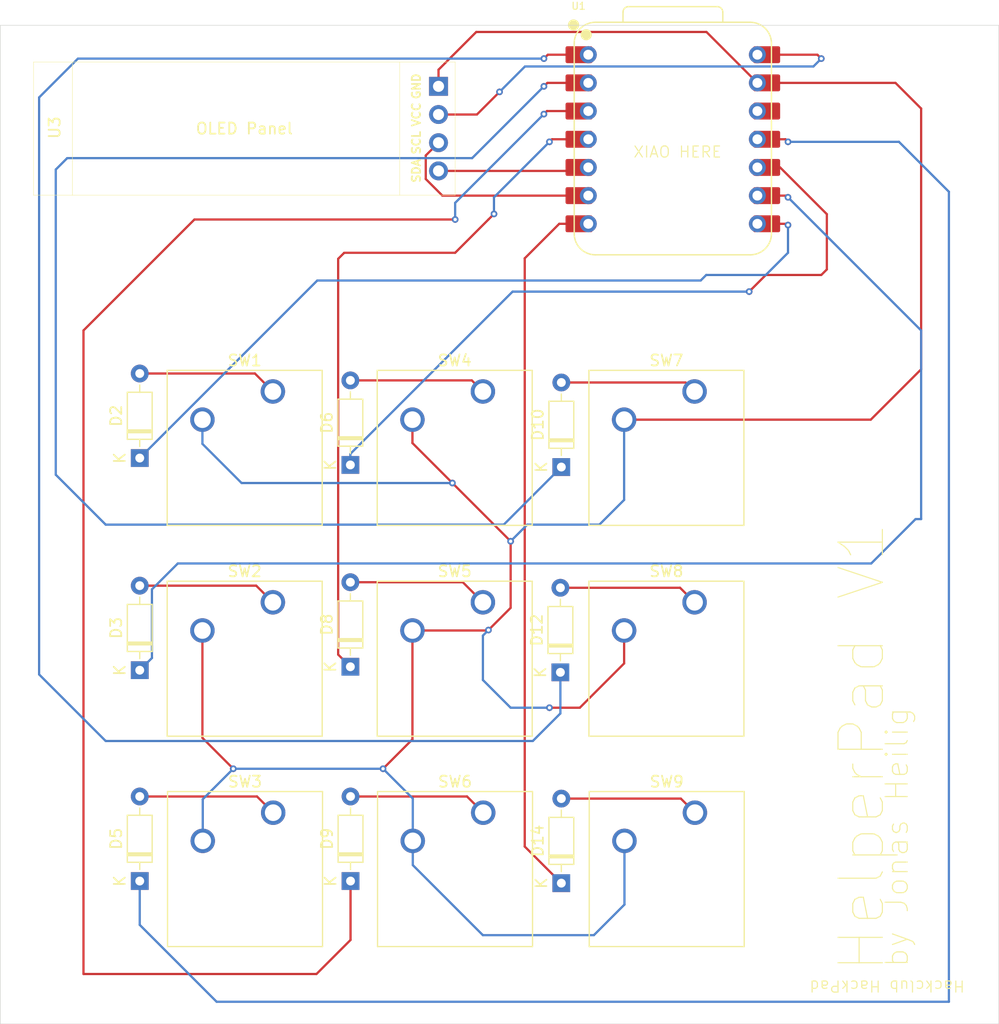
<source format=kicad_pcb>
(kicad_pcb (version 20240108) (generator "pcbnew") (generator_version "8.0")
  (layers (0 "F.Cu" signal) (31 "B.Cu" signal) (34 "B.Paste" user) (35 "F.Paste" user) (36 "B.SilkS" user "B.Silkscreen") (37 "F.SilkS" user "F.Silkscreen") (38 "B.Mask" user) (39 "F.Mask" user) (44 "Edge.Cuts" user))
  (net 0 "")
  (net 1 "Net-(D2-K)")
  (net 2 "Net-(D2-A)")
  (net 3 "Net-(D3-K)")
  (net 4 "Net-(D3-A)")
  (net 5 "Net-(D5-A)")
  (net 6 "Net-(D5-K)")
  (net 7 "Net-(D6-K)")
  (net 8 "Net-(D6-A)")
  (net 9 "Net-(D8-A)")
  (net 10 "Net-(D8-K)")
  (net 11 "Net-(D9-A)")
  (net 12 "Net-(D9-K)")
  (net 13 "Net-(D10-A)")
  (net 14 "Net-(D10-K)")
  (net 15 "Net-(D12-K)")
  (net 16 "Net-(D12-A)")
  (net 17 "Net-(D14-A)")
  (net 18 "Net-(D14-K)")
  (net 19 "Net-(U1-GPIO6{slash}SDA)")
  (net 20 "Net-(U1-GPIO7{slash}SCL)")
  (net 21 "GND")
  (net 22 "+5V")
  (footprint "Diode_THT:D_DO-35_SOD27_P7.62mm_Horizontal" (layer "F.Cu") (at 122.07 112.12 90)
    (property "Reference" "D5" (at 3.81 -2.12 90) (layer "F.SilkS"))
    (property "Value" "1N4148")
    (fp_line (start 5.93 -1.12) (end 1.69 -1.12) (stroke (width 0.12)) (layer "F.SilkS"))
    (fp_line (start 2.53 -1.12) (end 2.53 1.12) (stroke (width 0.12)) (layer "F.SilkS"))
    (fp_line (start 2.41 -1.12) (end 2.41 1.12) (stroke (width 0.12)) (layer "F.SilkS"))
    (fp_line (start 2.29 -1.12) (end 2.29 1.12) (stroke (width 0.12)) (layer "F.SilkS"))
    (fp_line (start 1.69 -1.12) (end 1.69 1.12) (stroke (width 0.12)) (layer "F.SilkS"))
    (fp_line (start 6.58 0) (end 5.93 0) (stroke (width 0.12)) (layer "F.SilkS"))
    (fp_line (start 1.04 0) (end 1.69 0) (stroke (width 0.12)) (layer "F.SilkS"))
    (fp_line (start 5.93 1.12) (end 5.93 -1.12) (stroke (width 0.12)) (layer "F.SilkS"))
    (fp_line (start 1.69 1.12) (end 5.93 1.12) (stroke (width 0.12)) (layer "F.SilkS"))
    (fp_text user "K" (at 0 -1.8 90) (layer "F.SilkS"))
    (pad "1" thru_hole rect (at 0 0 90) (size 1.6 1.6) (drill 0.8) (layers "*.Cu" "*.Mask") (net 6 "Net-(D5-K)"))
    (pad "2" thru_hole oval (at 7.62 0 90) (size 1.6 1.6) (drill 0.8) (layers "*.Cu" "*.Mask") (net 5 "Net-(D5-A)"))
  )
  (footprint "Diode_THT:D_DO-35_SOD27_P7.62mm_Horizontal" (layer "F.Cu") (at 141.07 112.12 90)
    (property "Reference" "D9" (at 3.81 -2.12 90) (layer "F.SilkS"))
    (property "Value" "1N4148")
    (fp_line (start 5.93 -1.12) (end 1.69 -1.12) (stroke (width 0.12)) (layer "F.SilkS"))
    (fp_line (start 2.53 -1.12) (end 2.53 1.12) (stroke (width 0.12)) (layer "F.SilkS"))
    (fp_line (start 2.41 -1.12) (end 2.41 1.12) (stroke (width 0.12)) (layer "F.SilkS"))
    (fp_line (start 2.29 -1.12) (end 2.29 1.12) (stroke (width 0.12)) (layer "F.SilkS"))
    (fp_line (start 1.69 -1.12) (end 1.69 1.12) (stroke (width 0.12)) (layer "F.SilkS"))
    (fp_line (start 6.58 0) (end 5.93 0) (stroke (width 0.12)) (layer "F.SilkS"))
    (fp_line (start 1.04 0) (end 1.69 0) (stroke (width 0.12)) (layer "F.SilkS"))
    (fp_line (start 5.93 1.12) (end 5.93 -1.12) (stroke (width 0.12)) (layer "F.SilkS"))
    (fp_line (start 1.69 1.12) (end 5.93 1.12) (stroke (width 0.12)) (layer "F.SilkS"))
    (fp_text user "K" (at 0 -1.8 90) (layer "F.SilkS"))
    (pad "1" thru_hole rect (at 0 0 90) (size 1.6 1.6) (drill 0.8) (layers "*.Cu" "*.Mask") (net 12 "Net-(D9-K)"))
    (pad "2" thru_hole oval (at 7.62 0 90) (size 1.6 1.6) (drill 0.8) (layers "*.Cu" "*.Mask") (net 11 "Net-(D9-A)"))
  )
  (footprint "Diode_THT:D_DO-35_SOD27_P7.62mm_Horizontal" (layer "F.Cu") (at 141.055 74.62 90)
    (property "Reference" "D6" (at 3.81 -2.12 90) (layer "F.SilkS"))
    (property "Value" "1N4148")
    (fp_line (start 5.93 -1.12) (end 1.69 -1.12) (stroke (width 0.12)) (layer "F.SilkS"))
    (fp_line (start 2.53 -1.12) (end 2.53 1.12) (stroke (width 0.12)) (layer "F.SilkS"))
    (fp_line (start 2.41 -1.12) (end 2.41 1.12) (stroke (width 0.12)) (layer "F.SilkS"))
    (fp_line (start 2.29 -1.12) (end 2.29 1.12) (stroke (width 0.12)) (layer "F.SilkS"))
    (fp_line (start 1.69 -1.12) (end 1.69 1.12) (stroke (width 0.12)) (layer "F.SilkS"))
    (fp_line (start 6.58 0) (end 5.93 0) (stroke (width 0.12)) (layer "F.SilkS"))
    (fp_line (start 1.04 0) (end 1.69 0) (stroke (width 0.12)) (layer "F.SilkS"))
    (fp_line (start 5.93 1.12) (end 5.93 -1.12) (stroke (width 0.12)) (layer "F.SilkS"))
    (fp_line (start 1.69 1.12) (end 5.93 1.12) (stroke (width 0.12)) (layer "F.SilkS"))
    (fp_text user "K" (at 0 -1.8 90) (layer "F.SilkS"))
    (pad "1" thru_hole rect (at 0 0 90) (size 1.6 1.6) (drill 0.8) (layers "*.Cu" "*.Mask") (net 7 "Net-(D6-K)"))
    (pad "2" thru_hole oval (at 7.62 0 90) (size 1.6 1.6) (drill 0.8) (layers "*.Cu" "*.Mask") (net 8 "Net-(D6-A)"))
  )
  (footprint "Button_Switch_Keyboard:SW_Cherry_MX_1.00u_PCB" (layer "F.Cu") (at 172.08 68)
    (property "Reference" "SW7" (at -2.54 -2.794 0) (layer "F.SilkS"))
    (property "Value" "SW_Push")
    (fp_line (start -9.525 -1.905) (end 4.445 -1.905) (stroke (width 0.12)) (layer "F.SilkS"))
    (fp_line (start -9.525 12.065) (end -9.525 -1.905) (stroke (width 0.12)) (layer "F.SilkS"))
    (fp_line (start 4.445 -1.905) (end 4.445 12.065) (stroke (width 0.12)) (layer "F.SilkS"))
    (fp_line (start 4.445 12.065) (end -9.525 12.065) (stroke (width 0.12)) (layer "F.SilkS"))
    (pad "" np_thru_hole circle (at -7.62 5.08) (size 1.7 1.7) (drill 1.7) (layers "*.Cu" "*.Mask"))
    (pad "" np_thru_hole circle (at -2.54 5.08) (size 4 4) (drill 4) (layers "*.Cu" "*.Mask"))
    (pad "" np_thru_hole circle (at 2.54 5.08) (size 1.7 1.7) (drill 1.7) (layers "*.Cu" "*.Mask"))
    (pad "1" thru_hole circle (at 0 0) (size 2.2 2.2) (drill 1.5) (layers "*.Cu" "*.Mask") (net 13 "Net-(D10-A)"))
    (pad "2" thru_hole circle (at -6.35 2.54) (size 2.2 2.2) (drill 1.5) (layers "*.Cu" "*.Mask") (net 21 "GND"))
  )
  (footprint "Button_Switch_Keyboard:SW_Cherry_MX_1.00u_PCB" (layer "F.Cu") (at 134.07 87)
    (property "Reference" "SW2" (at -2.54 -2.794 0) (layer "F.SilkS"))
    (property "Value" "SW_Push")
    (fp_line (start -9.525 -1.905) (end 4.445 -1.905) (stroke (width 0.12)) (layer "F.SilkS"))
    (fp_line (start -9.525 12.065) (end -9.525 -1.905) (stroke (width 0.12)) (layer "F.SilkS"))
    (fp_line (start 4.445 -1.905) (end 4.445 12.065) (stroke (width 0.12)) (layer "F.SilkS"))
    (fp_line (start 4.445 12.065) (end -9.525 12.065) (stroke (width 0.12)) (layer "F.SilkS"))
    (pad "" np_thru_hole circle (at -7.62 5.08) (size 1.7 1.7) (drill 1.7) (layers "*.Cu" "*.Mask"))
    (pad "" np_thru_hole circle (at -2.54 5.08) (size 4 4) (drill 4) (layers "*.Cu" "*.Mask"))
    (pad "" np_thru_hole circle (at 2.54 5.08) (size 1.7 1.7) (drill 1.7) (layers "*.Cu" "*.Mask"))
    (pad "1" thru_hole circle (at 0 0) (size 2.2 2.2) (drill 1.5) (layers "*.Cu" "*.Mask") (net 4 "Net-(D3-A)"))
    (pad "2" thru_hole circle (at -6.35 2.54) (size 2.2 2.2) (drill 1.5) (layers "*.Cu" "*.Mask") (net 21 "GND"))
  )
  (footprint "OPL:XIAO-RP2040-DIP" (layer "F.Cu") (at 170.12 45.2685)
    (property "Reference" "U1" (at -8.5 -12 0) (layer "F.SilkS") (effects (font (size 0.635 0.635) (thickness 0.1016))))
    (property "Value" "XIAO-RP2040-DIP")
    (fp_line (start -8.89 8.509) (end -8.89 -8.636) (stroke (width 0.127)) (layer "F.SilkS"))
    (fp_line (start -6.985 10.414) (end 6.985 10.414) (stroke (width 0.127)) (layer "F.SilkS"))
    (fp_line (start -4.495 -10.541) (end -4.491272 -11.451272) (stroke (width 0.127)) (layer "F.SilkS"))
    (fp_line (start -3.991272 -11.951) (end 4.004 -11.951) (stroke (width 0.127)) (layer "F.SilkS"))
    (fp_line (start 4.504 -11.451) (end 4.504 -10.541) (stroke (width 0.127)) (layer "F.SilkS"))
    (fp_line (start 6.985 -10.541) (end -6.985 -10.541) (stroke (width 0.1)) (layer "F.SilkS"))
    (fp_line (start 6.985 -10.541) (end -6.985 -10.541) (stroke (width 0.127)) (layer "F.SilkS"))
    (fp_line (start 8.89 8.509) (end 8.89 -8.636) (stroke (width 0.127)) (layer "F.SilkS"))
    (fp_arc (start -8.89 -8.636) (mid -8.332038 -9.983038) (end -6.985 -10.541) (stroke (width 0.127)) (layer "F.SilkS"))
    (fp_arc (start -6.985 10.414) (mid -8.332038 9.856038) (end -8.89 8.509) (stroke (width 0.127)) (layer "F.SilkS"))
    (fp_arc (start -4.491272 -11.451272) (mid -4.344724 -11.804644) (end -3.991272 -11.951) (stroke (width 0.127)) (layer "F.SilkS"))
    (fp_arc (start 4.004 -11.951) (mid 4.357553 -11.804553) (end 4.504 -11.451) (stroke (width 0.127)) (layer "F.SilkS"))
    (fp_arc (start 6.985 -10.541) (mid 8.332038 -9.983038) (end 8.89 -8.636) (stroke (width 0.127)) (layer "F.SilkS"))
    (fp_arc (start 8.89 8.509) (mid 8.332038 9.856038) (end 6.985 10.414) (stroke (width 0.127)) (layer "F.SilkS"))
    (fp_circle (center -8.95 -10.3) (end -8.95 -10.554) (stroke (width 0.5)) (fill solid) (layer "F.SilkS"))
    (fp_circle (center -7.807 -9.42) (end -7.807 -9.674) (stroke (width 0.5)) (fill solid) (layer "F.SilkS"))
    (pad "1" smd roundrect (at -8.455 -7.62 180) (size 2.432 1.524) (layers "F.Cu" "F.Mask") (roundrect_rratio 0.1) (net 15 "Net-(D12-K)"))
    (pad "1" thru_hole circle (at -7.62 -7.62 180) (size 1.524 1.524) (drill 0.889) (layers "*.Cu" "*.Mask") (net 15 "Net-(D12-K)"))
    (pad "2" smd roundrect (at -8.455 -5.08 180) (size 2.432 1.524) (layers "F.Cu" "F.Mask") (roundrect_rratio 0.1) (net 14 "Net-(D10-K)"))
    (pad "2" thru_hole circle (at -7.62 -5.08 180) (size 1.524 1.524) (drill 0.889) (layers "*.Cu" "*.Mask") (net 14 "Net-(D10-K)"))
    (pad "3" smd roundrect (at -8.455 -2.54 180) (size 2.432 1.524) (layers "F.Cu" "F.Mask") (roundrect_rratio 0.1) (net 12 "Net-(D9-K)"))
    (pad "3" thru_hole circle (at -7.62 -2.54 180) (size 1.524 1.524) (drill 0.889) (layers "*.Cu" "*.Mask") (net 12 "Net-(D9-K)"))
    (pad "4" smd roundrect (at -8.455 0 180) (size 2.432 1.524) (layers "F.Cu" "F.Mask") (roundrect_rratio 0.1) (net 10 "Net-(D8-K)"))
    (pad "4" thru_hole circle (at -7.62 0 180) (size 1.524 1.524) (drill 0.889) (layers "*.Cu" "*.Mask") (net 10 "Net-(D8-K)"))
    (pad "5" smd roundrect (at -8.455 2.54 180) (size 2.432 1.524) (layers "F.Cu" "F.Mask") (roundrect_rratio 0.1) (net 19 "Net-(U1-GPIO6{slash}SDA)"))
    (pad "5" thru_hole circle (at -7.62 2.54 180) (size 1.524 1.524) (drill 0.889) (layers "*.Cu" "*.Mask") (net 19 "Net-(U1-GPIO6{slash}SDA)"))
    (pad "6" smd roundrect (at -8.455 5.08 180) (size 2.432 1.524) (layers "F.Cu" "F.Mask") (roundrect_rratio 0.1) (net 20 "Net-(U1-GPIO7{slash}SCL)"))
    (pad "6" thru_hole circle (at -7.62 5.08 180) (size 1.524 1.524) (drill 0.889) (layers "*.Cu" "*.Mask") (net 20 "Net-(U1-GPIO7{slash}SCL)"))
    (pad "7" smd roundrect (at -8.455 7.62 180) (size 2.432 1.524) (layers "F.Cu" "F.Mask") (roundrect_rratio 0.1) (net 18 "Net-(D14-K)"))
    (pad "7" thru_hole circle (at -7.62 7.62 180) (size 1.524 1.524) (drill 0.889) (layers "*.Cu" "*.Mask") (net 18 "Net-(D14-K)"))
    (pad "8" thru_hole circle (at 7.62 7.62) (size 1.524 1.524) (drill 0.889) (layers "*.Cu" "*.Mask") (net 1 "Net-(D2-K)"))
    (pad "8" smd roundrect (at 8.455 7.62) (size 2.432 1.524) (layers "F.Cu" "F.Mask") (roundrect_rratio 0.1) (net 1 "Net-(D2-K)"))
    (pad "9" thru_hole circle (at 7.62 5.08) (size 1.524 1.524) (drill 0.889) (layers "*.Cu" "*.Mask") (net 3 "Net-(D3-K)"))
    (pad "9" smd roundrect (at 8.455 5.08) (size 2.432 1.524) (layers "F.Cu" "F.Mask") (roundrect_rratio 0.1) (net 3 "Net-(D3-K)"))
    (pad "10" thru_hole circle (at 7.62 2.54) (size 1.524 1.524) (drill 0.889) (layers "*.Cu" "*.Mask") (net 7 "Net-(D6-K)"))
    (pad "10" smd roundrect (at 8.455 2.54) (size 2.432 1.524) (layers "F.Cu" "F.Mask") (roundrect_rratio 0.1) (net 7 "Net-(D6-K)"))
    (pad "11" thru_hole circle (at 7.62 0) (size 1.524 1.524) (drill 0.889) (layers "*.Cu" "*.Mask") (net 6 "Net-(D5-K)"))
    (pad "11" smd roundrect (at 8.455 0) (size 2.432 1.524) (layers "F.Cu" "F.Mask") (roundrect_rratio 0.1) (net 6 "Net-(D5-K)"))
    (pad "12" thru_hole circle (at 7.62 -2.54) (size 1.524 1.524) (drill 0.889) (layers "*.Cu" "*.Mask"))
    (pad "12" smd roundrect (at 8.455 -2.54) (size 2.432 1.524) (layers "F.Cu" "F.Mask") (roundrect_rratio 0.1))
    (pad "13" thru_hole circle (at 7.62 -5.08) (size 1.524 1.524) (drill 0.889) (layers "*.Cu" "*.Mask") (net 21 "GND"))
    (pad "13" smd roundrect (at 8.455 -5.08) (size 2.432 1.524) (layers "F.Cu" "F.Mask") (roundrect_rratio 0.1) (net 21 "GND"))
    (pad "14" thru_hole circle (at 7.62 -7.62) (size 1.524 1.524) (drill 0.889) (layers "*.Cu" "*.Mask") (net 22 "+5V"))
    (pad "14" smd roundrect (at 8.455 -7.62) (size 2.432 1.524) (layers "F.Cu" "F.Mask") (roundrect_rratio 0.1) (net 22 "+5V"))
  )
  (footprint "Diode_THT:D_DO-35_SOD27_P7.62mm_Horizontal" (layer "F.Cu") (at 141.055 92.81 90)
    (property "Reference" "D8" (at 3.81 -2.12 90) (layer "F.SilkS"))
    (property "Value" "1N4148")
    (fp_line (start 5.93 -1.12) (end 1.69 -1.12) (stroke (width 0.12)) (layer "F.SilkS"))
    (fp_line (start 2.53 -1.12) (end 2.53 1.12) (stroke (width 0.12)) (layer "F.SilkS"))
    (fp_line (start 2.41 -1.12) (end 2.41 1.12) (stroke (width 0.12)) (layer "F.SilkS"))
    (fp_line (start 2.29 -1.12) (end 2.29 1.12) (stroke (width 0.12)) (layer "F.SilkS"))
    (fp_line (start 1.69 -1.12) (end 1.69 1.12) (stroke (width 0.12)) (layer "F.SilkS"))
    (fp_line (start 6.58 0) (end 5.93 0) (stroke (width 0.12)) (layer "F.SilkS"))
    (fp_line (start 1.04 0) (end 1.69 0) (stroke (width 0.12)) (layer "F.SilkS"))
    (fp_line (start 5.93 1.12) (end 5.93 -1.12) (stroke (width 0.12)) (layer "F.SilkS"))
    (fp_line (start 1.69 1.12) (end 5.93 1.12) (stroke (width 0.12)) (layer "F.SilkS"))
    (fp_text user "K" (at 0 -1.8 90) (layer "F.SilkS"))
    (pad "1" thru_hole rect (at 0 0 90) (size 1.6 1.6) (drill 0.8) (layers "*.Cu" "*.Mask") (net 10 "Net-(D8-K)"))
    (pad "2" thru_hole oval (at 7.62 0 90) (size 1.6 1.6) (drill 0.8) (layers "*.Cu" "*.Mask") (net 9 "Net-(D8-A)"))
  )
  (footprint "Diode_THT:D_DO-35_SOD27_P7.62mm_Horizontal" (layer "F.Cu") (at 160.07 112.31 90)
    (property "Reference" "D14" (at 3.81 -2.12 90) (layer "F.SilkS"))
    (property "Value" "1N4148")
    (fp_line (start 5.93 -1.12) (end 1.69 -1.12) (stroke (width 0.12)) (layer "F.SilkS"))
    (fp_line (start 2.53 -1.12) (end 2.53 1.12) (stroke (width 0.12)) (layer "F.SilkS"))
    (fp_line (start 2.41 -1.12) (end 2.41 1.12) (stroke (width 0.12)) (layer "F.SilkS"))
    (fp_line (start 2.29 -1.12) (end 2.29 1.12) (stroke (width 0.12)) (layer "F.SilkS"))
    (fp_line (start 1.69 -1.12) (end 1.69 1.12) (stroke (width 0.12)) (layer "F.SilkS"))
    (fp_line (start 6.58 0) (end 5.93 0) (stroke (width 0.12)) (layer "F.SilkS"))
    (fp_line (start 1.04 0) (end 1.69 0) (stroke (width 0.12)) (layer "F.SilkS"))
    (fp_line (start 5.93 1.12) (end 5.93 -1.12) (stroke (width 0.12)) (layer "F.SilkS"))
    (fp_line (start 1.69 1.12) (end 5.93 1.12) (stroke (width 0.12)) (layer "F.SilkS"))
    (fp_text user "K" (at 0 -1.8 90) (layer "F.SilkS"))
    (pad "1" thru_hole rect (at 0 0 90) (size 1.6 1.6) (drill 0.8) (layers "*.Cu" "*.Mask") (net 18 "Net-(D14-K)"))
    (pad "2" thru_hole oval (at 7.62 0 90) (size 1.6 1.6) (drill 0.8) (layers "*.Cu" "*.Mask") (net 17 "Net-(D14-A)"))
  )
  (footprint "Diode_THT:D_DO-35_SOD27_P7.62mm_Horizontal" (layer "F.Cu") (at 122.07 74 90)
    (property "Reference" "D2" (at 3.81 -2.12 90) (layer "F.SilkS"))
    (property "Value" "1N4148")
    (fp_line (start 5.93 -1.12) (end 1.69 -1.12) (stroke (width 0.12)) (layer "F.SilkS"))
    (fp_line (start 2.53 -1.12) (end 2.53 1.12) (stroke (width 0.12)) (layer "F.SilkS"))
    (fp_line (start 2.41 -1.12) (end 2.41 1.12) (stroke (width 0.12)) (layer "F.SilkS"))
    (fp_line (start 2.29 -1.12) (end 2.29 1.12) (stroke (width 0.12)) (layer "F.SilkS"))
    (fp_line (start 1.69 -1.12) (end 1.69 1.12) (stroke (width 0.12)) (layer "F.SilkS"))
    (fp_line (start 6.58 0) (end 5.93 0) (stroke (width 0.12)) (layer "F.SilkS"))
    (fp_line (start 1.04 0) (end 1.69 0) (stroke (width 0.12)) (layer "F.SilkS"))
    (fp_line (start 5.93 1.12) (end 5.93 -1.12) (stroke (width 0.12)) (layer "F.SilkS"))
    (fp_line (start 1.69 1.12) (end 5.93 1.12) (stroke (width 0.12)) (layer "F.SilkS"))
    (fp_text user "K" (at 0 -1.8 90) (layer "F.SilkS"))
    (pad "1" thru_hole rect (at 0 0 90) (size 1.6 1.6) (drill 0.8) (layers "*.Cu" "*.Mask") (net 1 "Net-(D2-K)"))
    (pad "2" thru_hole oval (at 7.62 0 90) (size 1.6 1.6) (drill 0.8) (layers "*.Cu" "*.Mask") (net 2 "Net-(D2-A)"))
  )
  (footprint "Button_Switch_Keyboard:SW_Cherry_MX_1.00u_PCB" (layer "F.Cu") (at 134.07 68)
    (property "Reference" "SW1" (at -2.54 -2.794 0) (layer "F.SilkS"))
    (property "Value" "SW_Push")
    (fp_line (start -9.525 -1.905) (end 4.445 -1.905) (stroke (width 0.12)) (layer "F.SilkS"))
    (fp_line (start -9.525 12.065) (end -9.525 -1.905) (stroke (width 0.12)) (layer "F.SilkS"))
    (fp_line (start 4.445 -1.905) (end 4.445 12.065) (stroke (width 0.12)) (layer "F.SilkS"))
    (fp_line (start 4.445 12.065) (end -9.525 12.065) (stroke (width 0.12)) (layer "F.SilkS"))
    (pad "" np_thru_hole circle (at -7.62 5.08) (size 1.7 1.7) (drill 1.7) (layers "*.Cu" "*.Mask"))
    (pad "" np_thru_hole circle (at -2.54 5.08) (size 4 4) (drill 4) (layers "*.Cu" "*.Mask"))
    (pad "" np_thru_hole circle (at 2.54 5.08) (size 1.7 1.7) (drill 1.7) (layers "*.Cu" "*.Mask"))
    (pad "1" thru_hole circle (at 0 0) (size 2.2 2.2) (drill 1.5) (layers "*.Cu" "*.Mask") (net 2 "Net-(D2-A)"))
    (pad "2" thru_hole circle (at -6.35 2.54) (size 2.2 2.2) (drill 1.5) (layers "*.Cu" "*.Mask") (net 21 "GND"))
  )
  (footprint "OLED_096:SSD1306-0.91-OLED-4pin-128x32" (layer "F.Cu") (at 112.5 38.31)
    (property "Reference" "U3" (at 1.9 5.91 90) (layer "F.SilkS"))
    (property "Value" "DM-OLED091")
    (fp_line (start 0 0) (end 0 12) (stroke (width 0.04)) (layer "F.SilkS"))
    (fp_line (start 0 12) (end 38 12) (stroke (width 0.04)) (layer "F.SilkS"))
    (fp_line (start 3.5 0) (end 3.5 12) (stroke (width 0.04)) (layer "F.SilkS"))
    (fp_line (start 33 0) (end 33 12) (stroke (width 0.04)) (layer "F.SilkS"))
    (fp_line (start 38 0) (end 0 0) (stroke (width 0.04)) (layer "F.SilkS"))
    (fp_line (start 38 12) (end 38 0) (stroke (width 0.04)) (layer "F.SilkS"))
    (fp_text user "GND" (at 34.5 2.19 -90) (layer "F.SilkS") (effects (font (size 0.75 0.75))))
    (fp_text user "VCC" (at 34.5 4.73 -90) (layer "F.SilkS") (effects (font (size 0.75 0.75))))
    (fp_text user "OLED Panel" (at 19 6 0) (layer "F.SilkS"))
    (fp_text user "SDA" (at 34.5 9.81 -90) (layer "F.SilkS") (effects (font (size 0.75 0.75))))
    (fp_text user "SCL" (at 34.5 7.27 -90) (layer "F.SilkS") (effects (font (size 0.75 0.75))))
    (pad "1" thru_hole rect (at 36.5 2.19) (size 1.7 1.7) (drill 1) (layers "*.Cu" "*.Mask") (net 21 "GND"))
    (pad "2" thru_hole oval (at 36.5 4.73) (size 1.7 1.7) (drill 1) (layers "*.Cu" "*.Mask") (net 22 "+5V"))
    (pad "3" thru_hole oval (at 36.5 7.27) (size 1.7 1.7) (drill 1) (layers "*.Cu" "*.Mask") (net 20 "Net-(U1-GPIO7{slash}SCL)"))
    (pad "4" thru_hole oval (at 36.5 9.81) (size 1.7 1.7) (drill 1) (layers "*.Cu" "*.Mask") (net 19 "Net-(U1-GPIO6{slash}SDA)"))
  )
  (footprint "Button_Switch_Keyboard:SW_Cherry_MX_1.00u_PCB" (layer "F.Cu") (at 153 68)
    (property "Reference" "SW4" (at -2.54 -2.794 0) (layer "F.SilkS"))
    (property "Value" "SW_Push")
    (fp_line (start -9.525 -1.905) (end 4.445 -1.905) (stroke (width 0.12)) (layer "F.SilkS"))
    (fp_line (start -9.525 12.065) (end -9.525 -1.905) (stroke (width 0.12)) (layer "F.SilkS"))
    (fp_line (start 4.445 -1.905) (end 4.445 12.065) (stroke (width 0.12)) (layer "F.SilkS"))
    (fp_line (start 4.445 12.065) (end -9.525 12.065) (stroke (width 0.12)) (layer "F.SilkS"))
    (pad "" np_thru_hole circle (at -7.62 5.08) (size 1.7 1.7) (drill 1.7) (layers "*.Cu" "*.Mask"))
    (pad "" np_thru_hole circle (at -2.54 5.08) (size 4 4) (drill 4) (layers "*.Cu" "*.Mask"))
    (pad "" np_thru_hole circle (at 2.54 5.08) (size 1.7 1.7) (drill 1.7) (layers "*.Cu" "*.Mask"))
    (pad "1" thru_hole circle (at 0 0) (size 2.2 2.2) (drill 1.5) (layers "*.Cu" "*.Mask") (net 8 "Net-(D6-A)"))
    (pad "2" thru_hole circle (at -6.35 2.54) (size 2.2 2.2) (drill 1.5) (layers "*.Cu" "*.Mask") (net 21 "GND"))
  )
  (footprint "Button_Switch_Keyboard:SW_Cherry_MX_1.00u_PCB" (layer "F.Cu") (at 172.11 105.96)
    (property "Reference" "SW9" (at -2.54 -2.794 0) (layer "F.SilkS"))
    (property "Value" "SW_Push")
    (fp_line (start -9.525 -1.905) (end 4.445 -1.905) (stroke (width 0.12)) (layer "F.SilkS"))
    (fp_line (start -9.525 12.065) (end -9.525 -1.905) (stroke (width 0.12)) (layer "F.SilkS"))
    (fp_line (start 4.445 -1.905) (end 4.445 12.065) (stroke (width 0.12)) (layer "F.SilkS"))
    (fp_line (start 4.445 12.065) (end -9.525 12.065) (stroke (width 0.12)) (layer "F.SilkS"))
    (pad "" np_thru_hole circle (at -7.62 5.08) (size 1.7 1.7) (drill 1.7) (layers "*.Cu" "*.Mask"))
    (pad "" np_thru_hole circle (at -2.54 5.08) (size 4 4) (drill 4) (layers "*.Cu" "*.Mask"))
    (pad "" np_thru_hole circle (at 2.54 5.08) (size 1.7 1.7) (drill 1.7) (layers "*.Cu" "*.Mask"))
    (pad "1" thru_hole circle (at 0 0) (size 2.2 2.2) (drill 1.5) (layers "*.Cu" "*.Mask") (net 17 "Net-(D14-A)"))
    (pad "2" thru_hole circle (at -6.35 2.54) (size 2.2 2.2) (drill 1.5) (layers "*.Cu" "*.Mask") (net 21 "GND"))
  )
  (footprint "Diode_THT:D_DO-35_SOD27_P7.62mm_Horizontal" (layer "F.Cu") (at 160.07 74.81 90)
    (property "Reference" "D10" (at 3.81 -2.12 90) (layer "F.SilkS"))
    (property "Value" "1N4148")
    (fp_line (start 5.93 -1.12) (end 1.69 -1.12) (stroke (width 0.12)) (layer "F.SilkS"))
    (fp_line (start 2.53 -1.12) (end 2.53 1.12) (stroke (width 0.12)) (layer "F.SilkS"))
    (fp_line (start 2.41 -1.12) (end 2.41 1.12) (stroke (width 0.12)) (layer "F.SilkS"))
    (fp_line (start 2.29 -1.12) (end 2.29 1.12) (stroke (width 0.12)) (layer "F.SilkS"))
    (fp_line (start 1.69 -1.12) (end 1.69 1.12) (stroke (width 0.12)) (layer "F.SilkS"))
    (fp_line (start 6.58 0) (end 5.93 0) (stroke (width 0.12)) (layer "F.SilkS"))
    (fp_line (start 1.04 0) (end 1.69 0) (stroke (width 0.12)) (layer "F.SilkS"))
    (fp_line (start 5.93 1.12) (end 5.93 -1.12) (stroke (width 0.12)) (layer "F.SilkS"))
    (fp_line (start 1.69 1.12) (end 5.93 1.12) (stroke (width 0.12)) (layer "F.SilkS"))
    (fp_text user "K" (at 0 -1.8 90) (layer "F.SilkS"))
    (pad "1" thru_hole rect (at 0 0 90) (size 1.6 1.6) (drill 0.8) (layers "*.Cu" "*.Mask") (net 14 "Net-(D10-K)"))
    (pad "2" thru_hole oval (at 7.62 0 90) (size 1.6 1.6) (drill 0.8) (layers "*.Cu" "*.Mask") (net 13 "Net-(D10-A)"))
  )
  (footprint "Diode_THT:D_DO-35_SOD27_P7.62mm_Horizontal" (layer "F.Cu") (at 159.985 93.31 90)
    (property "Reference" "D12" (at 3.81 -2.12 90) (layer "F.SilkS"))
    (property "Value" "1N4148")
    (fp_line (start 5.93 -1.12) (end 1.69 -1.12) (stroke (width 0.12)) (layer "F.SilkS"))
    (fp_line (start 2.53 -1.12) (end 2.53 1.12) (stroke (width 0.12)) (layer "F.SilkS"))
    (fp_line (start 2.41 -1.12) (end 2.41 1.12) (stroke (width 0.12)) (layer "F.SilkS"))
    (fp_line (start 2.29 -1.12) (end 2.29 1.12) (stroke (width 0.12)) (layer "F.SilkS"))
    (fp_line (start 1.69 -1.12) (end 1.69 1.12) (stroke (width 0.12)) (layer "F.SilkS"))
    (fp_line (start 6.58 0) (end 5.93 0) (stroke (width 0.12)) (layer "F.SilkS"))
    (fp_line (start 1.04 0) (end 1.69 0) (stroke (width 0.12)) (layer "F.SilkS"))
    (fp_line (start 5.93 1.12) (end 5.93 -1.12) (stroke (width 0.12)) (layer "F.SilkS"))
    (fp_line (start 1.69 1.12) (end 5.93 1.12) (stroke (width 0.12)) (layer "F.SilkS"))
    (fp_text user "K" (at 0 -1.8 90) (layer "F.SilkS"))
    (pad "1" thru_hole rect (at 0 0 90) (size 1.6 1.6) (drill 0.8) (layers "*.Cu" "*.Mask") (net 15 "Net-(D12-K)"))
    (pad "2" thru_hole oval (at 7.62 0 90) (size 1.6 1.6) (drill 0.8) (layers "*.Cu" "*.Mask") (net 16 "Net-(D12-A)"))
  )
  (footprint "Button_Switch_Keyboard:SW_Cherry_MX_1.00u_PCB" (layer "F.Cu") (at 153.03 105.96)
    (property "Reference" "SW6" (at -2.54 -2.794 0) (layer "F.SilkS"))
    (property "Value" "SW_Push")
    (fp_line (start -9.525 -1.905) (end 4.445 -1.905) (stroke (width 0.12)) (layer "F.SilkS"))
    (fp_line (start -9.525 12.065) (end -9.525 -1.905) (stroke (width 0.12)) (layer "F.SilkS"))
    (fp_line (start 4.445 -1.905) (end 4.445 12.065) (stroke (width 0.12)) (layer "F.SilkS"))
    (fp_line (start 4.445 12.065) (end -9.525 12.065) (stroke (width 0.12)) (layer "F.SilkS"))
    (pad "" np_thru_hole circle (at -7.62 5.08) (size 1.7 1.7) (drill 1.7) (layers "*.Cu" "*.Mask"))
    (pad "" np_thru_hole circle (at -2.54 5.08) (size 4 4) (drill 4) (layers "*.Cu" "*.Mask"))
    (pad "" np_thru_hole circle (at 2.54 5.08) (size 1.7 1.7) (drill 1.7) (layers "*.Cu" "*.Mask"))
    (pad "1" thru_hole circle (at 0 0) (size 2.2 2.2) (drill 1.5) (layers "*.Cu" "*.Mask") (net 11 "Net-(D9-A)"))
    (pad "2" thru_hole circle (at -6.35 2.54) (size 2.2 2.2) (drill 1.5) (layers "*.Cu" "*.Mask") (net 21 "GND"))
  )
  (footprint "Button_Switch_Keyboard:SW_Cherry_MX_1.00u_PCB" (layer "F.Cu") (at 172.08 87)
    (property "Reference" "SW8" (at -2.54 -2.794 0) (layer "F.SilkS"))
    (property "Value" "SW_Push")
    (fp_line (start -9.525 -1.905) (end 4.445 -1.905) (stroke (width 0.12)) (layer "F.SilkS"))
    (fp_line (start -9.525 12.065) (end -9.525 -1.905) (stroke (width 0.12)) (layer "F.SilkS"))
    (fp_line (start 4.445 -1.905) (end 4.445 12.065) (stroke (width 0.12)) (layer "F.SilkS"))
    (fp_line (start 4.445 12.065) (end -9.525 12.065) (stroke (width 0.12)) (layer "F.SilkS"))
    (pad "" np_thru_hole circle (at -7.62 5.08) (size 1.7 1.7) (drill 1.7) (layers "*.Cu" "*.Mask"))
    (pad "" np_thru_hole circle (at -2.54 5.08) (size 4 4) (drill 4) (layers "*.Cu" "*.Mask"))
    (pad "" np_thru_hole circle (at 2.54 5.08) (size 1.7 1.7) (drill 1.7) (layers "*.Cu" "*.Mask"))
    (pad "1" thru_hole circle (at 0 0) (size 2.2 2.2) (drill 1.5) (layers "*.Cu" "*.Mask") (net 16 "Net-(D12-A)"))
    (pad "2" thru_hole circle (at -6.35 2.54) (size 2.2 2.2) (drill 1.5) (layers "*.Cu" "*.Mask") (net 21 "GND"))
  )
  (footprint "Diode_THT:D_DO-35_SOD27_P7.62mm_Horizontal" (layer "F.Cu") (at 122.07 93.12 90)
    (property "Reference" "D3" (at 3.81 -2.12 90) (layer "F.SilkS"))
    (property "Value" "1N4148")
    (fp_line (start 5.93 -1.12) (end 1.69 -1.12) (stroke (width 0.12)) (layer "F.SilkS"))
    (fp_line (start 2.53 -1.12) (end 2.53 1.12) (stroke (width 0.12)) (layer "F.SilkS"))
    (fp_line (start 2.41 -1.12) (end 2.41 1.12) (stroke (width 0.12)) (layer "F.SilkS"))
    (fp_line (start 2.29 -1.12) (end 2.29 1.12) (stroke (width 0.12)) (layer "F.SilkS"))
    (fp_line (start 1.69 -1.12) (end 1.69 1.12) (stroke (width 0.12)) (layer "F.SilkS"))
    (fp_line (start 6.58 0) (end 5.93 0) (stroke (width 0.12)) (layer "F.SilkS"))
    (fp_line (start 1.04 0) (end 1.69 0) (stroke (width 0.12)) (layer "F.SilkS"))
    (fp_line (start 5.93 1.12) (end 5.93 -1.12) (stroke (width 0.12)) (layer "F.SilkS"))
    (fp_line (start 1.69 1.12) (end 5.93 1.12) (stroke (width 0.12)) (layer "F.SilkS"))
    (fp_text user "K" (at 0 -1.8 90) (layer "F.SilkS"))
    (pad "1" thru_hole rect (at 0 0 90) (size 1.6 1.6) (drill 0.8) (layers "*.Cu" "*.Mask") (net 3 "Net-(D3-K)"))
    (pad "2" thru_hole oval (at 7.62 0 90) (size 1.6 1.6) (drill 0.8) (layers "*.Cu" "*.Mask") (net 4 "Net-(D3-A)"))
  )
  (footprint "Button_Switch_Keyboard:SW_Cherry_MX_1.00u_PCB" (layer "F.Cu") (at 153 87)
    (property "Reference" "SW5" (at -2.54 -2.794 0) (layer "F.SilkS"))
    (property "Value" "SW_Push")
    (fp_line (start -9.525 -1.905) (end 4.445 -1.905) (stroke (width 0.12)) (layer "F.SilkS"))
    (fp_line (start -9.525 12.065) (end -9.525 -1.905) (stroke (width 0.12)) (layer "F.SilkS"))
    (fp_line (start 4.445 -1.905) (end 4.445 12.065) (stroke (width 0.12)) (layer "F.SilkS"))
    (fp_line (start 4.445 12.065) (end -9.525 12.065) (stroke (width 0.12)) (layer "F.SilkS"))
    (pad "" np_thru_hole circle (at -7.62 5.08) (size 1.7 1.7) (drill 1.7) (layers "*.Cu" "*.Mask"))
    (pad "" np_thru_hole circle (at -2.54 5.08) (size 4 4) (drill 4) (layers "*.Cu" "*.Mask"))
    (pad "" np_thru_hole circle (at 2.54 5.08) (size 1.7 1.7) (drill 1.7) (layers "*.Cu" "*.Mask"))
    (pad "1" thru_hole circle (at 0 0) (size 2.2 2.2) (drill 1.5) (layers "*.Cu" "*.Mask") (net 9 "Net-(D8-A)"))
    (pad "2" thru_hole circle (at -6.35 2.54) (size 2.2 2.2) (drill 1.5) (layers "*.Cu" "*.Mask") (net 21 "GND"))
  )
  (footprint "Button_Switch_Keyboard:SW_Cherry_MX_1.00u_PCB" (layer "F.Cu") (at 134.1 105.96)
    (property "Reference" "SW3" (at -2.54 -2.794 0) (layer "F.SilkS"))
    (property "Value" "SW_Push")
    (fp_line (start -9.525 -1.905) (end 4.445 -1.905) (stroke (width 0.12)) (layer "F.SilkS"))
    (fp_line (start -9.525 12.065) (end -9.525 -1.905) (stroke (width 0.12)) (layer "F.SilkS"))
    (fp_line (start 4.445 -1.905) (end 4.445 12.065) (stroke (width 0.12)) (layer "F.SilkS"))
    (fp_line (start 4.445 12.065) (end -9.525 12.065) (stroke (width 0.12)) (layer "F.SilkS"))
    (pad "" np_thru_hole circle (at -7.62 5.08) (size 1.7 1.7) (drill 1.7) (layers "*.Cu" "*.Mask"))
    (pad "" np_thru_hole circle (at -2.54 5.08) (size 4 4) (drill 4) (layers "*.Cu" "*.Mask"))
    (pad "" np_thru_hole circle (at 2.54 5.08) (size 1.7 1.7) (drill 1.7) (layers "*.Cu" "*.Mask"))
    (pad "1" thru_hole circle (at 0 0) (size 2.2 2.2) (drill 1.5) (layers "*.Cu" "*.Mask") (net 5 "Net-(D5-A)"))
    (pad "2" thru_hole circle (at -6.35 2.54) (size 2.2 2.2) (drill 1.5) (layers "*.Cu" "*.Mask") (net 21 "GND"))
  )
  (gr_rect (start 109.5 35) (end 199.5 125) (stroke (width 0.05)) (fill none) (layer "Edge.Cuts"))
  (gr_text "XIAO HERE" (at 166.5 47 0) (layer "F.SilkS") (effects (font (size 1 1) (thickness 0.1)) (justify left bottom)))
  (gr_text "Hackclub HackPad" (at 196.5 121 180) (layer "F.SilkS") (effects (font (size 1 1) (thickness 0.1)) (justify left bottom)))
  (gr_text "HelperPad V1" (at 189.5 120.5 90) (layer "F.SilkS") (effects (font (size 4 4) (thickness 0.1)) (justify left bottom)))
  (gr_text "by Jonas Heilig" (at 191.5 120 90) (layer "F.SilkS") (effects (font (size 2 2) (thickness 0.1)) (justify left bottom)))
  (segment (start 180.3885 52.8885) (end 180.5 53) (width 0.2) (layer "F.Cu") (net 1))
  (segment (start 178.575 52.8885) (end 180.3885 52.8885) (width 0.2) (layer "F.Cu") (net 1))
  (via (at 180.5 53) (size 0.6) (drill 0.3) (layers "F.Cu" "B.Cu") (net 1))
  (segment (start 122.07 74) (end 138.07 58) (width 0.2) (layer "B.Cu") (net 1))
  (segment (start 138.07 58) (end 172.6285 58) (width 0.2) (layer "B.Cu") (net 1))
  (segment (start 180.5 53) (end 180.5 55.5) (width 0.2) (layer "B.Cu") (net 1))
  (segment (start 180.5 55.5) (end 178.5 57.5) (width 0.2) (layer "B.Cu") (net 1))
  (segment (start 173.1285 57.5) (end 172.6285 58) (width 0.2) (layer "B.Cu") (net 1))
  (segment (start 178.5 57.5) (end 173.1285 57.5) (width 0.2) (layer "B.Cu") (net 1))
  (segment (start 132.45 66.38) (end 134.07 68) (width 0.2) (layer "F.Cu") (net 2))
  (segment (start 122.07 66.38) (end 132.45 66.38) (width 0.2) (layer "F.Cu") (net 2))
  (segment (start 180.3485 50.3485) (end 180.5 50.5) (width 0.2) (layer "F.Cu") (net 3))
  (segment (start 178.575 50.3485) (end 180.3485 50.3485) (width 0.2) (layer "F.Cu") (net 3))
  (via (at 180.5 50.5) (size 0.6) (drill 0.3) (layers "F.Cu" "B.Cu") (net 3))
  (segment (start 122.07 93.12) (end 123.17 92.02) (width 0.2) (layer "B.Cu") (net 3))
  (segment (start 192 79.5) (end 192.5 79.5) (width 0.2) (layer "B.Cu") (net 3))
  (segment (start 125.5 83.5) (end 188 83.5) (width 0.2) (layer "B.Cu") (net 3))
  (segment (start 188 83.5) (end 192 79.5) (width 0.2) (layer "B.Cu") (net 3))
  (segment (start 123.17 92.02) (end 123.17 85.83) (width 0.2) (layer "B.Cu") (net 3))
  (segment (start 123.17 85.83) (end 125.5 83.5) (width 0.2) (layer "B.Cu") (net 3))
  (segment (start 192.5 62.5) (end 192.5 79.5) (width 0.2) (layer "B.Cu") (net 3))
  (segment (start 180.5 50.5) (end 192.5 62.5) (width 0.2) (layer "B.Cu") (net 3))
  (segment (start 122.07 85.5) (end 132.57 85.5) (width 0.2) (layer "F.Cu") (net 4))
  (segment (start 132.57 85.5) (end 134.07 87) (width 0.2) (layer "F.Cu") (net 4))
  (segment (start 132.64 104.5) (end 134.1 105.96) (width 0.2) (layer "F.Cu") (net 5))
  (segment (start 122.07 104.5) (end 132.64 104.5) (width 0.2) (layer "F.Cu") (net 5))
  (segment (start 180.2685 45.2685) (end 180.5 45.5) (width 0.2) (layer "F.Cu") (net 6))
  (segment (start 178.575 45.2685) (end 180.2685 45.2685) (width 0.2) (layer "F.Cu") (net 6))
  (via (at 180.5 45.5) (size 0.6) (drill 0.3) (layers "F.Cu" "B.Cu") (net 6))
  (segment (start 195 50) (end 190.5 45.5) (width 0.2) (layer "B.Cu") (net 6))
  (segment (start 195 123) (end 195 50) (width 0.2) (layer "B.Cu") (net 6))
  (segment (start 122.07 116.07) (end 129 123) (width 0.2) (layer "B.Cu") (net 6))
  (segment (start 122.07 112.12) (end 122.07 116.07) (width 0.2) (layer "B.Cu") (net 6))
  (segment (start 190.5 45.5) (end 180.5 45.5) (width 0.2) (layer "B.Cu") (net 6))
  (segment (start 129 123) (end 195 123) (width 0.2) (layer "B.Cu") (net 6))
  (segment (start 178.575 47.8085) (end 179.791 47.8085) (width 0.2) (layer "F.Cu") (net 7))
  (segment (start 177 59) (end 177.25 58.75) (width 0.2) (layer "F.Cu") (net 7))
  (segment (start 179.791 47.8085) (end 184 52.0175) (width 0.2) (layer "F.Cu") (net 7))
  (segment (start 178.5 57.5) (end 177 59) (width 0.2) (layer "F.Cu") (net 7))
  (segment (start 184 57) (end 183.5 57.5) (width 0.2) (layer "F.Cu") (net 7))
  (segment (start 183.5 57.5) (end 178.5 57.5) (width 0.2) (layer "F.Cu") (net 7))
  (segment (start 184 52.0175) (end 184 57) (width 0.2) (layer "F.Cu") (net 7))
  (via (at 177 59) (size 0.6) (drill 0.3) (layers "F.Cu" "B.Cu") (net 7))
  (segment (start 155.675 59) (end 177 59) (width 0.2) (layer "B.Cu") (net 7))
  (segment (start 141.055 73.62) (end 155.675 59) (width 0.2) (layer "B.Cu") (net 7))
  (segment (start 141.055 74.62) (end 141.055 73.62) (width 0.2) (layer "B.Cu") (net 7))
  (segment (start 141.055 67) (end 152 67) (width 0.2) (layer "F.Cu") (net 8))
  (segment (start 152 67) (end 153 68) (width 0.2) (layer "F.Cu") (net 8))
  (segment (start 151.19 85.19) (end 153 87) (width 0.2) (layer "F.Cu") (net 9))
  (segment (start 141.055 85.19) (end 151.19 85.19) (width 0.2) (layer "F.Cu") (net 9))
  (segment (start 150.5 55.5) (end 153.5 52.5) (width 0.2) (layer "F.Cu") (net 10))
  (segment (start 153.5 52.5) (end 154 52) (width 0.2) (layer "F.Cu") (net 10))
  (segment (start 159.2315 45.2685) (end 159 45.5) (width 0.2) (layer "F.Cu") (net 10))
  (segment (start 139.955 91.71) (end 139.955 56.045) (width 0.2) (layer "F.Cu") (net 10))
  (segment (start 140.5 55.5) (end 150.5 55.5) (width 0.2) (layer "F.Cu") (net 10))
  (segment (start 141.055 92.81) (end 139.955 91.71) (width 0.2) (layer "F.Cu") (net 10))
  (segment (start 161.665 45.2685) (end 159.2315 45.2685) (width 0.2) (layer "F.Cu") (net 10))
  (segment (start 139.955 56.045) (end 140.5 55.5) (width 0.2) (layer "F.Cu") (net 10))
  (via (at 154 52) (size 0.6) (drill 0.3) (layers "F.Cu" "B.Cu") (net 10))
  (via (at 159 45.5) (size 0.6) (drill 0.3) (layers "F.Cu" "B.Cu") (net 10))
  (segment (start 154 50.5) (end 159 45.5) (width 0.2) (layer "B.Cu") (net 10))
  (segment (start 154 52) (end 154 50.5) (width 0.2) (layer "B.Cu") (net 10))
  (segment (start 141.07 104.5) (end 151.57 104.5) (width 0.2) (layer "F.Cu") (net 11))
  (segment (start 151.57 104.5) (end 153.03 105.96) (width 0.2) (layer "F.Cu") (net 11))
  (segment (start 138 120.5) (end 141.07 117.43) (width 0.2) (layer "F.Cu") (net 12))
  (segment (start 150.5 52.5) (end 127 52.5) (width 0.2) (layer "F.Cu") (net 12))
  (segment (start 158.7715 42.7285) (end 158.5 43) (width 0.2) (layer "F.Cu") (net 12))
  (segment (start 161.665 42.7285) (end 158.7715 42.7285) (width 0.2) (layer "F.Cu") (net 12))
  (segment (start 141.07 117.43) (end 141.07 112.12) (width 0.2) (layer "F.Cu") (net 12))
  (segment (start 117 120.5) (end 138 120.5) (width 0.2) (layer "F.Cu") (net 12))
  (segment (start 127 52.5) (end 117 62.5) (width 0.2) (layer "F.Cu") (net 12))
  (segment (start 117 62.5) (end 117 120.5) (width 0.2) (layer "F.Cu") (net 12))
  (via (at 158.5 43) (size 0.6) (drill 0.3) (layers "F.Cu" "B.Cu") (net 12))
  (via (at 150.5 52.5) (size 0.6) (drill 0.3) (layers "F.Cu" "B.Cu") (net 12))
  (segment (start 158.5 43) (end 150.5 51) (width 0.2) (layer "B.Cu") (net 12))
  (segment (start 150.5 51) (end 150.5 52.5) (width 0.2) (layer "B.Cu") (net 12))
  (segment (start 160.07 67.19) (end 171.27 67.19) (width 0.2) (layer "F.Cu") (net 13))
  (segment (start 171.27 67.19) (end 172.08 68) (width 0.2) (layer "F.Cu") (net 13))
  (segment (start 158.8115 40.1885) (end 158.5 40.5) (width 0.2) (layer "F.Cu") (net 14))
  (segment (start 161.665 40.1885) (end 158.8115 40.1885) (width 0.2) (layer "F.Cu") (net 14))
  (via (at 158.5 40.5) (size 0.6) (drill 0.3) (layers "F.Cu" "B.Cu") (net 14))
  (segment (start 152.03 46.97) (end 115.53 46.97) (width 0.2) (layer "B.Cu") (net 14))
  (segment (start 115.53 46.97) (end 114.5 48) (width 0.2) (layer "B.Cu") (net 14))
  (segment (start 114.5 48) (end 114.5 75.5) (width 0.2) (layer "B.Cu") (net 14))
  (segment (start 158.5 40.5) (end 152.03 46.97) (width 0.2) (layer "B.Cu") (net 14))
  (segment (start 114.5 75.5) (end 119 80) (width 0.2) (layer "B.Cu") (net 14))
  (segment (start 119 80) (end 154.88 80) (width 0.2) (layer "B.Cu") (net 14))
  (segment (start 154.88 80) (end 160.07 74.81) (width 0.2) (layer "B.Cu") (net 14))
  (segment (start 161.665 37.6485) (end 158.8515 37.6485) (width 0.2) (layer "F.Cu") (net 15))
  (segment (start 158.8515 37.6485) (end 158.5 38) (width 0.2) (layer "F.Cu") (net 15))
  (via (at 158.5 38) (size 0.6) (drill 0.3) (layers "F.Cu" "B.Cu") (net 15))
  (segment (start 157.5 99.5) (end 159.985 97.015) (width 0.2) (layer "B.Cu") (net 15))
  (segment (start 113 93.5) (end 119 99.5) (width 0.2) (layer "B.Cu") (net 15))
  (segment (start 158.5 38) (end 116.5 38) (width 0.2) (layer "B.Cu") (net 15))
  (segment (start 116.5 38) (end 113 41.5) (width 0.2) (layer "B.Cu") (net 15))
  (segment (start 119 99.5) (end 157.5 99.5) (width 0.2) (layer "B.Cu") (net 15))
  (segment (start 159.985 97.015) (end 159.985 93.31) (width 0.2) (layer "B.Cu") (net 15))
  (segment (start 113 41.5) (end 113 93.5) (width 0.2) (layer "B.Cu") (net 15))
  (segment (start 170.77 85.69) (end 172.08 87) (width 0.2) (layer "F.Cu") (net 16))
  (segment (start 159.985 85.69) (end 170.77 85.69) (width 0.2) (layer "F.Cu") (net 16))
  (segment (start 160.07 104.69) (end 170.84 104.69) (width 0.2) (layer "F.Cu") (net 17))
  (segment (start 170.84 104.69) (end 172.11 105.96) (width 0.2) (layer "F.Cu") (net 17))
  (segment (start 156.77 109.01) (end 160.07 112.31) (width 0.2) (layer "F.Cu") (net 18))
  (segment (start 156.77 56) (end 159.8815 52.8885) (width 0.2) (layer "F.Cu") (net 18))
  (segment (start 159.8815 52.8885) (end 161.665 52.8885) (width 0.2) (layer "F.Cu") (net 18))
  (segment (start 156.77 56) (end 156.77 109.01) (width 0.2) (layer "F.Cu") (net 18))
  (segment (start 161.3535 48.12) (end 161.665 47.8085) (width 0.2) (layer "F.Cu") (net 19))
  (segment (start 149 48.12) (end 161.3535 48.12) (width 0.2) (layer "F.Cu") (net 19))
  (segment (start 147.85 46.73) (end 147.85 48.85) (width 0.2) (layer "F.Cu") (net 20))
  (segment (start 149 45.58) (end 147.85 46.73) (width 0.2) (layer "F.Cu") (net 20))
  (segment (start 147.85 48.85) (end 149.3485 50.3485) (width 0.2) (layer "F.Cu") (net 20))
  (segment (start 149.3485 50.3485) (end 161.665 50.3485) (width 0.2) (layer "F.Cu") (net 20))
  (segment (start 190.1885 40.1885) (end 192.5 42.5) (width 0.2) (layer "F.Cu") (net 21))
  (segment (start 146.65 99.35) (end 144 102) (width 0.2) (layer "F.Cu") (net 21))
  (segment (start 146.65 89.54) (end 146.65 99.35) (width 0.2) (layer "F.Cu") (net 21))
  (segment (start 192.5 66) (end 187.96 70.54) (width 0.2) (layer "F.Cu") (net 21))
  (segment (start 127.72 99.22) (end 130.5 102) (width 0.2) (layer "F.Cu") (net 21))
  (segment (start 161.737056 96.5) (end 159 96.5) (width 0.2) (layer "F.Cu") (net 21))
  (segment (start 127.72 89.54) (end 127.72 99.22) (width 0.2) (layer "F.Cu") (net 21))
  (segment (start 146.65 72.65) (end 146.65 70.54) (width 0.2) (layer "F.Cu") (net 21))
  (segment (start 146.65 89.54) (end 153.46 89.54) (width 0.2) (layer "F.Cu") (net 21))
  (segment (start 150.25 76.25) (end 146.65 72.65) (width 0.2) (layer "F.Cu") (net 21))
  (segment (start 152.4 35.6) (end 149 39) (width 0.2) (layer "F.Cu") (net 21))
  (segment (start 173.1515 35.6) (end 152.4 35.6) (width 0.2) (layer "F.Cu") (net 21))
  (segment (start 155.5 81.5) (end 150.25 76.25) (width 0.2) (layer "F.Cu") (net 21))
  (segment (start 153.46 89.54) (end 153.5 89.5) (width 0.2) (layer "F.Cu") (net 21))
  (segment (start 165.73 92.507056) (end 161.737056 96.5) (width 0.2) (layer "F.Cu") (net 21))
  (segment (start 149 39) (end 149 40.5) (width 0.2) (layer "F.Cu") (net 21))
  (segment (start 165.73 89.54) (end 165.73 92.507056) (width 0.2) (layer "F.Cu") (net 21))
  (segment (start 178.575 40.1885) (end 190.1885 40.1885) (width 0.2) (layer "F.Cu") (net 21))
  (segment (start 177.74 40.1885) (end 173.1515 35.6) (width 0.2) (layer "F.Cu") (net 21))
  (segment (start 153.5 89.5) (end 155.5 87.5) (width 0.2) (layer "F.Cu") (net 21))
  (segment (start 187.96 70.54) (end 165.73 70.54) (width 0.2) (layer "F.Cu") (net 21))
  (segment (start 192.5 42.5) (end 192.5 66) (width 0.2) (layer "F.Cu") (net 21))
  (segment (start 155.5 87.5) (end 155.5 81.5) (width 0.2) (layer "F.Cu") (net 21))
  (via (at 159 96.5) (size 0.6) (drill 0.3) (layers "F.Cu" "B.Cu") (net 21))
  (via (at 130.5 102) (size 0.6) (drill 0.3) (layers "F.Cu" "B.Cu") (net 21))
  (via (at 144 102) (size 0.6) (drill 0.3) (layers "F.Cu" "B.Cu") (net 21))
  (via (at 150.25 76.25) (size 0.6) (drill 0.3) (layers "F.Cu" "B.Cu") (net 21))
  (via (at 153.5 89.5) (size 0.6) (drill 0.3) (layers "F.Cu" "B.Cu") (net 21))
  (via (at 155.5 81.5) (size 0.6) (drill 0.3) (layers "F.Cu" "B.Cu") (net 21))
  (segment (start 163.5 80) (end 157 80) (width 0.2) (layer "B.Cu") (net 21))
  (segment (start 165.76 114.24) (end 163 117) (width 0.2) (layer "B.Cu") (net 21))
  (segment (start 127.72 72.72) (end 131.25 76.25) (width 0.2) (layer "B.Cu") (net 21))
  (segment (start 165.76 108.5) (end 165.76 114.24) (width 0.2) (layer "B.Cu") (net 21))
  (segment (start 127.72 70.54) (end 127.72 72.72) (width 0.2) (layer "B.Cu") (net 21))
  (segment (start 153 117) (end 146.68 110.68) (width 0.2) (layer "B.Cu") (net 21))
  (segment (start 130.5 102) (end 127.75 104.75) (width 0.2) (layer "B.Cu") (net 21))
  (segment (start 163 117) (end 153 117) (width 0.2) (layer "B.Cu") (net 21))
  (segment (start 131.25 76.25) (end 150.25 76.25) (width 0.2) (layer "B.Cu") (net 21))
  (segment (start 127.75 104.75) (end 127.75 108.5) (width 0.2) (layer "B.Cu") (net 21))
  (segment (start 165.73 70.54) (end 165.73 77.77) (width 0.2) (layer "B.Cu") (net 21))
  (segment (start 146.68 108.5) (end 146.68 104.68) (width 0.2) (layer "B.Cu") (net 21))
  (segment (start 155.5 96.5) (end 153 94) (width 0.2) (layer "B.Cu") (net 21))
  (segment (start 165.73 77.77) (end 163.5 80) (width 0.2) (layer "B.Cu") (net 21))
  (segment (start 146.68 110.68) (end 146.68 108.5) (width 0.2) (layer "B.Cu") (net 21))
  (segment (start 159 96.5) (end 155.5 96.5) (width 0.2) (layer "B.Cu") (net 21))
  (segment (start 157 80) (end 155.5 81.5) (width 0.2) (layer "B.Cu") (net 21))
  (segment (start 153 94) (end 153 90) (width 0.2) (layer "B.Cu") (net 21))
  (segment (start 153 90) (end 153.5 89.5) (width 0.2) (layer "B.Cu") (net 21))
  (segment (start 144 102) (end 130.5 102) (width 0.2) (layer "B.Cu") (net 21))
  (segment (start 146.68 104.68) (end 144 102) (width 0.2) (layer "B.Cu") (net 21))
  (segment (start 149 43.04) (end 152.46 43.04) (width 0.2) (layer "F.Cu") (net 22))
  (segment (start 178.575 37.6485) (end 183.1485 37.6485) (width 0.2) (layer "F.Cu") (net 22))
  (segment (start 183.1485 37.6485) (end 183.5 38) (width 0.2) (layer "F.Cu") (net 22))
  (segment (start 152.46 43.04) (end 154.5 41) (width 0.2) (layer "F.Cu") (net 22))
  (via (at 183.5 38) (size 0.6) (drill 0.3) (layers "F.Cu" "B.Cu") (net 22))
  (via (at 154.5 41) (size 0.6) (drill 0.3) (layers "F.Cu" "B.Cu") (net 22))
  (segment (start 156.7895 38.7105) (end 154.5 41) (width 0.2) (layer "B.Cu") (net 22))
  (segment (start 183.5 38) (end 182.7895 38.7105) (width 0.2) (layer "B.Cu") (net 22))
  (segment (start 182.7895 38.7105) (end 156.7895 38.7105) (width 0.2) (layer "B.Cu") (net 22))
)
</source>
